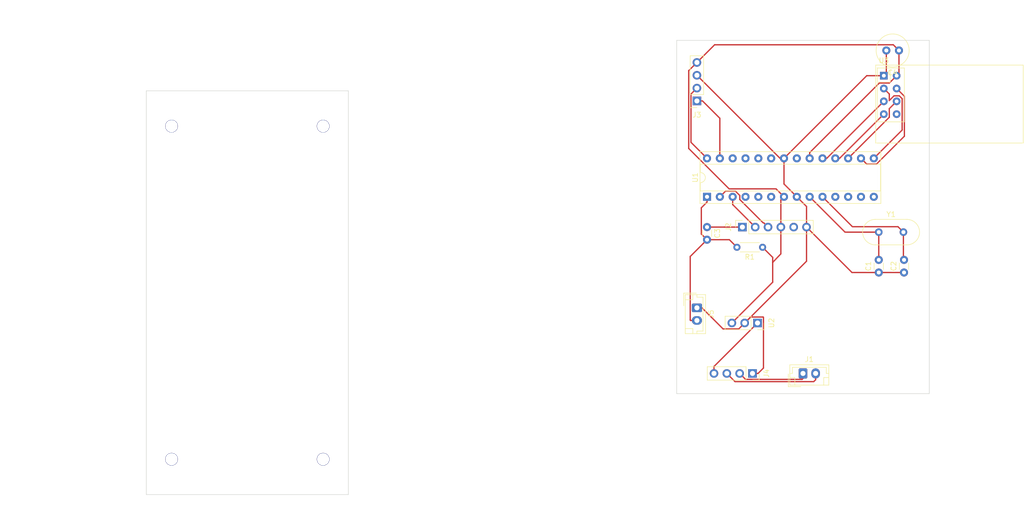
<source format=kicad_pcb>
(kicad_pcb (version 20171130) (host pcbnew 5.1.5-52549c5~84~ubuntu18.04.1)

  (general
    (thickness 1.6)
    (drawings 21)
    (tracks 127)
    (zones 0)
    (modules 14)
    (nets 33)
  )

  (page A4)
  (layers
    (0 F.Cu signal)
    (31 B.Cu signal)
    (32 B.Adhes user)
    (33 F.Adhes user)
    (34 B.Paste user)
    (35 F.Paste user)
    (36 B.SilkS user)
    (37 F.SilkS user)
    (38 B.Mask user)
    (39 F.Mask user)
    (40 Dwgs.User user)
    (41 Cmts.User user)
    (42 Eco1.User user)
    (43 Eco2.User user)
    (44 Edge.Cuts user)
    (45 Margin user)
    (46 B.CrtYd user)
    (47 F.CrtYd user)
    (48 B.Fab user)
    (49 F.Fab user)
  )

  (setup
    (last_trace_width 0.25)
    (trace_clearance 0.2)
    (zone_clearance 0.508)
    (zone_45_only no)
    (trace_min 0.2)
    (via_size 0.8)
    (via_drill 0.4)
    (via_min_size 0.4)
    (via_min_drill 0.3)
    (uvia_size 0.3)
    (uvia_drill 0.1)
    (uvias_allowed no)
    (uvia_min_size 0.2)
    (uvia_min_drill 0.1)
    (edge_width 0.05)
    (segment_width 0.2)
    (pcb_text_width 0.3)
    (pcb_text_size 1.5 1.5)
    (mod_edge_width 0.12)
    (mod_text_size 1 1)
    (mod_text_width 0.15)
    (pad_size 1.524 1.524)
    (pad_drill 0.762)
    (pad_to_mask_clearance 0.051)
    (solder_mask_min_width 0.25)
    (aux_axis_origin 0 0)
    (visible_elements FFFFFF7F)
    (pcbplotparams
      (layerselection 0x010fc_ffffffff)
      (usegerberextensions false)
      (usegerberattributes false)
      (usegerberadvancedattributes false)
      (creategerberjobfile false)
      (excludeedgelayer true)
      (linewidth 0.100000)
      (plotframeref false)
      (viasonmask false)
      (mode 1)
      (useauxorigin false)
      (hpglpennumber 1)
      (hpglpenspeed 20)
      (hpglpendiameter 15.000000)
      (psnegative false)
      (psa4output false)
      (plotreference true)
      (plotvalue true)
      (plotinvisibletext false)
      (padsonsilk false)
      (subtractmaskfromsilk false)
      (outputformat 1)
      (mirror false)
      (drillshape 1)
      (scaleselection 1)
      (outputdirectory ""))
  )

  (net 0 "")
  (net 1 GND)
  (net 2 "Net-(C1-Pad2)")
  (net 3 "Net-(C2-Pad2)")
  (net 4 "Net-(C3-Pad2)")
  (net 5 /DTR)
  (net 6 3.3V)
  (net 7 /RX)
  (net 8 /TX)
  (net 9 "Net-(J2-Pad5)")
  (net 10 /SDA)
  (net 11 /SCL)
  (net 12 "Net-(U1-Pad15)")
  (net 13 "Net-(U1-Pad16)")
  (net 14 "Net-(U1-Pad17)")
  (net 15 "Net-(U1-Pad4)")
  (net 16 "Net-(U1-Pad18)")
  (net 17 "Net-(U1-Pad5)")
  (net 18 "Net-(U1-Pad19)")
  (net 19 "Net-(U1-Pad6)")
  (net 20 "Net-(U1-Pad21)")
  (net 21 "Net-(U1-Pad23)")
  (net 22 "Net-(U1-Pad24)")
  (net 23 "Net-(U1-Pad11)")
  (net 24 "Net-(U1-Pad25)")
  (net 25 "Net-(U1-Pad12)")
  (net 26 "Net-(U1-Pad26)")
  (net 27 "Net-(U1-Pad13)")
  (net 28 "Net-(U1-Pad14)")
  (net 29 "Net-(U3-Pad8)")
  (net 30 +4V)
  (net 31 +BATT)
  (net 32 -BATT)

  (net_class Default "This is the default net class."
    (clearance 0.2)
    (trace_width 0.25)
    (via_dia 0.8)
    (via_drill 0.4)
    (uvia_dia 0.3)
    (uvia_drill 0.1)
    (add_net +4V)
    (add_net +BATT)
    (add_net -BATT)
    (add_net /DTR)
    (add_net /RX)
    (add_net /SCL)
    (add_net /SDA)
    (add_net /TX)
    (add_net 3.3V)
    (add_net GND)
    (add_net "Net-(C1-Pad2)")
    (add_net "Net-(C2-Pad2)")
    (add_net "Net-(C3-Pad2)")
    (add_net "Net-(J2-Pad5)")
    (add_net "Net-(U1-Pad11)")
    (add_net "Net-(U1-Pad12)")
    (add_net "Net-(U1-Pad13)")
    (add_net "Net-(U1-Pad14)")
    (add_net "Net-(U1-Pad15)")
    (add_net "Net-(U1-Pad16)")
    (add_net "Net-(U1-Pad17)")
    (add_net "Net-(U1-Pad18)")
    (add_net "Net-(U1-Pad19)")
    (add_net "Net-(U1-Pad21)")
    (add_net "Net-(U1-Pad23)")
    (add_net "Net-(U1-Pad24)")
    (add_net "Net-(U1-Pad25)")
    (add_net "Net-(U1-Pad26)")
    (add_net "Net-(U1-Pad4)")
    (add_net "Net-(U1-Pad5)")
    (add_net "Net-(U1-Pad6)")
    (add_net "Net-(U3-Pad8)")
  )

  (module Connector_JST:JST_EH_B2B-EH-A_1x02_P2.50mm_Vertical (layer F.Cu) (tedit 5C28142C) (tstamp 5E76AAB9)
    (at 184 73 270)
    (descr "JST EH series connector, B2B-EH-A (http://www.jst-mfg.com/product/pdf/eng/eEH.pdf), generated with kicad-footprint-generator")
    (tags "connector JST EH vertical")
    (path /5E76E48A)
    (fp_text reference J5 (at 1.25 -2.8 90) (layer F.SilkS)
      (effects (font (size 1 1) (thickness 0.15)))
    )
    (fp_text value "Switch Connector" (at 1.25 3.4 90) (layer F.Fab)
      (effects (font (size 1 1) (thickness 0.15)))
    )
    (fp_line (start -2.5 -1.6) (end -2.5 2.2) (layer F.Fab) (width 0.1))
    (fp_line (start -2.5 2.2) (end 5 2.2) (layer F.Fab) (width 0.1))
    (fp_line (start 5 2.2) (end 5 -1.6) (layer F.Fab) (width 0.1))
    (fp_line (start 5 -1.6) (end -2.5 -1.6) (layer F.Fab) (width 0.1))
    (fp_line (start -3 -2.1) (end -3 2.7) (layer F.CrtYd) (width 0.05))
    (fp_line (start -3 2.7) (end 5.5 2.7) (layer F.CrtYd) (width 0.05))
    (fp_line (start 5.5 2.7) (end 5.5 -2.1) (layer F.CrtYd) (width 0.05))
    (fp_line (start 5.5 -2.1) (end -3 -2.1) (layer F.CrtYd) (width 0.05))
    (fp_line (start -2.61 -1.71) (end -2.61 2.31) (layer F.SilkS) (width 0.12))
    (fp_line (start -2.61 2.31) (end 5.11 2.31) (layer F.SilkS) (width 0.12))
    (fp_line (start 5.11 2.31) (end 5.11 -1.71) (layer F.SilkS) (width 0.12))
    (fp_line (start 5.11 -1.71) (end -2.61 -1.71) (layer F.SilkS) (width 0.12))
    (fp_line (start -2.61 0) (end -2.11 0) (layer F.SilkS) (width 0.12))
    (fp_line (start -2.11 0) (end -2.11 -1.21) (layer F.SilkS) (width 0.12))
    (fp_line (start -2.11 -1.21) (end 4.61 -1.21) (layer F.SilkS) (width 0.12))
    (fp_line (start 4.61 -1.21) (end 4.61 0) (layer F.SilkS) (width 0.12))
    (fp_line (start 4.61 0) (end 5.11 0) (layer F.SilkS) (width 0.12))
    (fp_line (start -2.61 0.81) (end -1.61 0.81) (layer F.SilkS) (width 0.12))
    (fp_line (start -1.61 0.81) (end -1.61 2.31) (layer F.SilkS) (width 0.12))
    (fp_line (start 5.11 0.81) (end 4.11 0.81) (layer F.SilkS) (width 0.12))
    (fp_line (start 4.11 0.81) (end 4.11 2.31) (layer F.SilkS) (width 0.12))
    (fp_line (start -2.91 0.11) (end -2.91 2.61) (layer F.SilkS) (width 0.12))
    (fp_line (start -2.91 2.61) (end -0.41 2.61) (layer F.SilkS) (width 0.12))
    (fp_line (start -2.91 0.11) (end -2.91 2.61) (layer F.Fab) (width 0.1))
    (fp_line (start -2.91 2.61) (end -0.41 2.61) (layer F.Fab) (width 0.1))
    (fp_text user %R (at 1.25 1.5 90) (layer F.Fab)
      (effects (font (size 1 1) (thickness 0.15)))
    )
    (pad 1 thru_hole roundrect (at 0 0 270) (size 1.7 2) (drill 1) (layers *.Cu *.Mask) (roundrect_rratio 0.147059)
      (net 1 GND))
    (pad 2 thru_hole oval (at 2.5 0 270) (size 1.7 2) (drill 1) (layers *.Cu *.Mask)
      (net 4 "Net-(C3-Pad2)"))
    (model ${KISYS3DMOD}/Connector_JST.3dshapes/JST_EH_B2B-EH-A_1x02_P2.50mm_Vertical.wrl
      (at (xyz 0 0 0))
      (scale (xyz 1 1 1))
      (rotate (xyz 0 0 0))
    )
  )

  (module Capacitor_THT:C_Disc_D3.0mm_W1.6mm_P2.50mm (layer F.Cu) (tedit 5AE50EF0) (tstamp 5E75F813)
    (at 220 66 90)
    (descr "C, Disc series, Radial, pin pitch=2.50mm, , diameter*width=3.0*1.6mm^2, Capacitor, http://www.vishay.com/docs/45233/krseries.pdf")
    (tags "C Disc series Radial pin pitch 2.50mm  diameter 3.0mm width 1.6mm Capacitor")
    (path /5E1B4BF5)
    (fp_text reference C1 (at 1.25 -2.05 90) (layer F.SilkS)
      (effects (font (size 1 1) (thickness 0.15)))
    )
    (fp_text value 22uF (at 1.25 2.05 90) (layer F.Fab)
      (effects (font (size 1 1) (thickness 0.15)))
    )
    (fp_line (start -0.25 -0.8) (end -0.25 0.8) (layer F.Fab) (width 0.1))
    (fp_line (start -0.25 0.8) (end 2.75 0.8) (layer F.Fab) (width 0.1))
    (fp_line (start 2.75 0.8) (end 2.75 -0.8) (layer F.Fab) (width 0.1))
    (fp_line (start 2.75 -0.8) (end -0.25 -0.8) (layer F.Fab) (width 0.1))
    (fp_line (start 0.621 -0.92) (end 1.879 -0.92) (layer F.SilkS) (width 0.12))
    (fp_line (start 0.621 0.92) (end 1.879 0.92) (layer F.SilkS) (width 0.12))
    (fp_line (start -1.05 -1.05) (end -1.05 1.05) (layer F.CrtYd) (width 0.05))
    (fp_line (start -1.05 1.05) (end 3.55 1.05) (layer F.CrtYd) (width 0.05))
    (fp_line (start 3.55 1.05) (end 3.55 -1.05) (layer F.CrtYd) (width 0.05))
    (fp_line (start 3.55 -1.05) (end -1.05 -1.05) (layer F.CrtYd) (width 0.05))
    (fp_text user %R (at 1.25 0 90) (layer F.Fab)
      (effects (font (size 0.6 0.6) (thickness 0.09)))
    )
    (pad 1 thru_hole circle (at 0 0 90) (size 1.6 1.6) (drill 0.8) (layers *.Cu *.Mask)
      (net 1 GND))
    (pad 2 thru_hole circle (at 2.5 0 90) (size 1.6 1.6) (drill 0.8) (layers *.Cu *.Mask)
      (net 2 "Net-(C1-Pad2)"))
    (model ${KISYS3DMOD}/Capacitor_THT.3dshapes/C_Disc_D3.0mm_W1.6mm_P2.50mm.wrl
      (at (xyz 0 0 0))
      (scale (xyz 1 1 1))
      (rotate (xyz 0 0 0))
    )
  )

  (module Capacitor_THT:C_Disc_D3.0mm_W1.6mm_P2.50mm (layer F.Cu) (tedit 5AE50EF0) (tstamp 5E75F824)
    (at 225 66 90)
    (descr "C, Disc series, Radial, pin pitch=2.50mm, , diameter*width=3.0*1.6mm^2, Capacitor, http://www.vishay.com/docs/45233/krseries.pdf")
    (tags "C Disc series Radial pin pitch 2.50mm  diameter 3.0mm width 1.6mm Capacitor")
    (path /5E1B4EDC)
    (fp_text reference C2 (at 1.25 -2.05 90) (layer F.SilkS)
      (effects (font (size 1 1) (thickness 0.15)))
    )
    (fp_text value 22uF (at 1.25 2.05 90) (layer F.Fab)
      (effects (font (size 1 1) (thickness 0.15)))
    )
    (fp_text user %R (at 1.25 0 90) (layer F.Fab)
      (effects (font (size 0.6 0.6) (thickness 0.09)))
    )
    (fp_line (start 3.55 -1.05) (end -1.05 -1.05) (layer F.CrtYd) (width 0.05))
    (fp_line (start 3.55 1.05) (end 3.55 -1.05) (layer F.CrtYd) (width 0.05))
    (fp_line (start -1.05 1.05) (end 3.55 1.05) (layer F.CrtYd) (width 0.05))
    (fp_line (start -1.05 -1.05) (end -1.05 1.05) (layer F.CrtYd) (width 0.05))
    (fp_line (start 0.621 0.92) (end 1.879 0.92) (layer F.SilkS) (width 0.12))
    (fp_line (start 0.621 -0.92) (end 1.879 -0.92) (layer F.SilkS) (width 0.12))
    (fp_line (start 2.75 -0.8) (end -0.25 -0.8) (layer F.Fab) (width 0.1))
    (fp_line (start 2.75 0.8) (end 2.75 -0.8) (layer F.Fab) (width 0.1))
    (fp_line (start -0.25 0.8) (end 2.75 0.8) (layer F.Fab) (width 0.1))
    (fp_line (start -0.25 -0.8) (end -0.25 0.8) (layer F.Fab) (width 0.1))
    (pad 2 thru_hole circle (at 2.5 0 90) (size 1.6 1.6) (drill 0.8) (layers *.Cu *.Mask)
      (net 3 "Net-(C2-Pad2)"))
    (pad 1 thru_hole circle (at 0 0 90) (size 1.6 1.6) (drill 0.8) (layers *.Cu *.Mask)
      (net 1 GND))
    (model ${KISYS3DMOD}/Capacitor_THT.3dshapes/C_Disc_D3.0mm_W1.6mm_P2.50mm.wrl
      (at (xyz 0 0 0))
      (scale (xyz 1 1 1))
      (rotate (xyz 0 0 0))
    )
  )

  (module Capacitor_THT:C_Disc_D3.0mm_W1.6mm_P2.50mm (layer F.Cu) (tedit 5AE50EF0) (tstamp 5E75F835)
    (at 186 57 270)
    (descr "C, Disc series, Radial, pin pitch=2.50mm, , diameter*width=3.0*1.6mm^2, Capacitor, http://www.vishay.com/docs/45233/krseries.pdf")
    (tags "C Disc series Radial pin pitch 2.50mm  diameter 3.0mm width 1.6mm Capacitor")
    (path /5E1B5344)
    (fp_text reference C3 (at 1.25 -2.05 90) (layer F.SilkS)
      (effects (font (size 1 1) (thickness 0.15)))
    )
    (fp_text value 104uF (at 1.25 2.05 90) (layer F.Fab)
      (effects (font (size 1 1) (thickness 0.15)))
    )
    (fp_text user %R (at 1.25 0 90) (layer F.Fab)
      (effects (font (size 0.6 0.6) (thickness 0.09)))
    )
    (fp_line (start 3.55 -1.05) (end -1.05 -1.05) (layer F.CrtYd) (width 0.05))
    (fp_line (start 3.55 1.05) (end 3.55 -1.05) (layer F.CrtYd) (width 0.05))
    (fp_line (start -1.05 1.05) (end 3.55 1.05) (layer F.CrtYd) (width 0.05))
    (fp_line (start -1.05 -1.05) (end -1.05 1.05) (layer F.CrtYd) (width 0.05))
    (fp_line (start 0.621 0.92) (end 1.879 0.92) (layer F.SilkS) (width 0.12))
    (fp_line (start 0.621 -0.92) (end 1.879 -0.92) (layer F.SilkS) (width 0.12))
    (fp_line (start 2.75 -0.8) (end -0.25 -0.8) (layer F.Fab) (width 0.1))
    (fp_line (start 2.75 0.8) (end 2.75 -0.8) (layer F.Fab) (width 0.1))
    (fp_line (start -0.25 0.8) (end 2.75 0.8) (layer F.Fab) (width 0.1))
    (fp_line (start -0.25 -0.8) (end -0.25 0.8) (layer F.Fab) (width 0.1))
    (pad 2 thru_hole circle (at 2.5 0 270) (size 1.6 1.6) (drill 0.8) (layers *.Cu *.Mask)
      (net 4 "Net-(C3-Pad2)"))
    (pad 1 thru_hole circle (at 0 0 270) (size 1.6 1.6) (drill 0.8) (layers *.Cu *.Mask)
      (net 5 /DTR))
    (model ${KISYS3DMOD}/Capacitor_THT.3dshapes/C_Disc_D3.0mm_W1.6mm_P2.50mm.wrl
      (at (xyz 0 0 0))
      (scale (xyz 1 1 1))
      (rotate (xyz 0 0 0))
    )
  )

  (module Connector_JST:JST_EH_B2B-EH-A_1x02_P2.50mm_Vertical (layer F.Cu) (tedit 5C28142C) (tstamp 5E75F866)
    (at 205 86)
    (descr "JST EH series connector, B2B-EH-A (http://www.jst-mfg.com/product/pdf/eng/eEH.pdf), generated with kicad-footprint-generator")
    (tags "connector JST EH vertical")
    (path /5E3624A5)
    (fp_text reference J1 (at 1.25 -2.8) (layer F.SilkS)
      (effects (font (size 1 1) (thickness 0.15)))
    )
    (fp_text value Vin (at 1.25 3.4) (layer F.Fab)
      (effects (font (size 1 1) (thickness 0.15)))
    )
    (fp_line (start -2.5 -1.6) (end -2.5 2.2) (layer F.Fab) (width 0.1))
    (fp_line (start -2.5 2.2) (end 5 2.2) (layer F.Fab) (width 0.1))
    (fp_line (start 5 2.2) (end 5 -1.6) (layer F.Fab) (width 0.1))
    (fp_line (start 5 -1.6) (end -2.5 -1.6) (layer F.Fab) (width 0.1))
    (fp_line (start -3 -2.1) (end -3 2.7) (layer F.CrtYd) (width 0.05))
    (fp_line (start -3 2.7) (end 5.5 2.7) (layer F.CrtYd) (width 0.05))
    (fp_line (start 5.5 2.7) (end 5.5 -2.1) (layer F.CrtYd) (width 0.05))
    (fp_line (start 5.5 -2.1) (end -3 -2.1) (layer F.CrtYd) (width 0.05))
    (fp_line (start -2.61 -1.71) (end -2.61 2.31) (layer F.SilkS) (width 0.12))
    (fp_line (start -2.61 2.31) (end 5.11 2.31) (layer F.SilkS) (width 0.12))
    (fp_line (start 5.11 2.31) (end 5.11 -1.71) (layer F.SilkS) (width 0.12))
    (fp_line (start 5.11 -1.71) (end -2.61 -1.71) (layer F.SilkS) (width 0.12))
    (fp_line (start -2.61 0) (end -2.11 0) (layer F.SilkS) (width 0.12))
    (fp_line (start -2.11 0) (end -2.11 -1.21) (layer F.SilkS) (width 0.12))
    (fp_line (start -2.11 -1.21) (end 4.61 -1.21) (layer F.SilkS) (width 0.12))
    (fp_line (start 4.61 -1.21) (end 4.61 0) (layer F.SilkS) (width 0.12))
    (fp_line (start 4.61 0) (end 5.11 0) (layer F.SilkS) (width 0.12))
    (fp_line (start -2.61 0.81) (end -1.61 0.81) (layer F.SilkS) (width 0.12))
    (fp_line (start -1.61 0.81) (end -1.61 2.31) (layer F.SilkS) (width 0.12))
    (fp_line (start 5.11 0.81) (end 4.11 0.81) (layer F.SilkS) (width 0.12))
    (fp_line (start 4.11 0.81) (end 4.11 2.31) (layer F.SilkS) (width 0.12))
    (fp_line (start -2.91 0.11) (end -2.91 2.61) (layer F.SilkS) (width 0.12))
    (fp_line (start -2.91 2.61) (end -0.41 2.61) (layer F.SilkS) (width 0.12))
    (fp_line (start -2.91 0.11) (end -2.91 2.61) (layer F.Fab) (width 0.1))
    (fp_line (start -2.91 2.61) (end -0.41 2.61) (layer F.Fab) (width 0.1))
    (fp_text user %R (at 1.25 1.5) (layer F.Fab)
      (effects (font (size 1 1) (thickness 0.15)))
    )
    (pad 1 thru_hole roundrect (at 0 0) (size 1.7 2) (drill 1) (layers *.Cu *.Mask) (roundrect_rratio 0.147059)
      (net 32 -BATT))
    (pad 2 thru_hole oval (at 2.5 0) (size 1.7 2) (drill 1) (layers *.Cu *.Mask)
      (net 31 +BATT))
    (model ${KISYS3DMOD}/Connector_JST.3dshapes/JST_EH_B2B-EH-A_1x02_P2.50mm_Vertical.wrl
      (at (xyz 0 0 0))
      (scale (xyz 1 1 1))
      (rotate (xyz 0 0 0))
    )
  )

  (module Connector_PinSocket_2.54mm:PinSocket_1x06_P2.54mm_Vertical (layer F.Cu) (tedit 5A19A430) (tstamp 5E75F880)
    (at 193 57 90)
    (descr "Through hole straight socket strip, 1x06, 2.54mm pitch, single row (from Kicad 4.0.7), script generated")
    (tags "Through hole socket strip THT 1x06 2.54mm single row")
    (path /5E1FE269)
    (fp_text reference J2 (at 0 -2.77 90) (layer F.SilkS)
      (effects (font (size 1 1) (thickness 0.15)))
    )
    (fp_text value FTDI232 (at 0 15.47 90) (layer F.Fab)
      (effects (font (size 1 1) (thickness 0.15)))
    )
    (fp_line (start -1.27 -1.27) (end 0.635 -1.27) (layer F.Fab) (width 0.1))
    (fp_line (start 0.635 -1.27) (end 1.27 -0.635) (layer F.Fab) (width 0.1))
    (fp_line (start 1.27 -0.635) (end 1.27 13.97) (layer F.Fab) (width 0.1))
    (fp_line (start 1.27 13.97) (end -1.27 13.97) (layer F.Fab) (width 0.1))
    (fp_line (start -1.27 13.97) (end -1.27 -1.27) (layer F.Fab) (width 0.1))
    (fp_line (start -1.33 1.27) (end 1.33 1.27) (layer F.SilkS) (width 0.12))
    (fp_line (start -1.33 1.27) (end -1.33 14.03) (layer F.SilkS) (width 0.12))
    (fp_line (start -1.33 14.03) (end 1.33 14.03) (layer F.SilkS) (width 0.12))
    (fp_line (start 1.33 1.27) (end 1.33 14.03) (layer F.SilkS) (width 0.12))
    (fp_line (start 1.33 -1.33) (end 1.33 0) (layer F.SilkS) (width 0.12))
    (fp_line (start 0 -1.33) (end 1.33 -1.33) (layer F.SilkS) (width 0.12))
    (fp_line (start -1.8 -1.8) (end 1.75 -1.8) (layer F.CrtYd) (width 0.05))
    (fp_line (start 1.75 -1.8) (end 1.75 14.45) (layer F.CrtYd) (width 0.05))
    (fp_line (start 1.75 14.45) (end -1.8 14.45) (layer F.CrtYd) (width 0.05))
    (fp_line (start -1.8 14.45) (end -1.8 -1.8) (layer F.CrtYd) (width 0.05))
    (fp_text user %R (at 0 6.35) (layer F.Fab)
      (effects (font (size 1 1) (thickness 0.15)))
    )
    (pad 1 thru_hole rect (at 0 0 90) (size 1.7 1.7) (drill 1) (layers *.Cu *.Mask)
      (net 5 /DTR))
    (pad 2 thru_hole oval (at 0 2.54 90) (size 1.7 1.7) (drill 1) (layers *.Cu *.Mask)
      (net 7 /RX))
    (pad 3 thru_hole oval (at 0 5.08 90) (size 1.7 1.7) (drill 1) (layers *.Cu *.Mask)
      (net 8 /TX))
    (pad 4 thru_hole oval (at 0 7.62 90) (size 1.7 1.7) (drill 1) (layers *.Cu *.Mask)
      (net 6 3.3V))
    (pad 5 thru_hole oval (at 0 10.16 90) (size 1.7 1.7) (drill 1) (layers *.Cu *.Mask)
      (net 9 "Net-(J2-Pad5)"))
    (pad 6 thru_hole oval (at 0 12.7 90) (size 1.7 1.7) (drill 1) (layers *.Cu *.Mask)
      (net 1 GND))
    (model ${KISYS3DMOD}/Connector_PinSocket_2.54mm.3dshapes/PinSocket_1x06_P2.54mm_Vertical.wrl
      (at (xyz 0 0 0))
      (scale (xyz 1 1 1))
      (rotate (xyz 0 0 0))
    )
  )

  (module Connector_PinSocket_2.54mm:PinSocket_1x04_P2.54mm_Vertical (layer F.Cu) (tedit 5A19A429) (tstamp 5E75F898)
    (at 184 32 180)
    (descr "Through hole straight socket strip, 1x04, 2.54mm pitch, single row (from Kicad 4.0.7), script generated")
    (tags "Through hole socket strip THT 1x04 2.54mm single row")
    (path /5E2EC327)
    (fp_text reference J3 (at 0 -2.77) (layer F.SilkS)
      (effects (font (size 1 1) (thickness 0.15)))
    )
    (fp_text value AHT10 (at 0 10.39) (layer F.Fab)
      (effects (font (size 1 1) (thickness 0.15)))
    )
    (fp_line (start -1.27 -1.27) (end 0.635 -1.27) (layer F.Fab) (width 0.1))
    (fp_line (start 0.635 -1.27) (end 1.27 -0.635) (layer F.Fab) (width 0.1))
    (fp_line (start 1.27 -0.635) (end 1.27 8.89) (layer F.Fab) (width 0.1))
    (fp_line (start 1.27 8.89) (end -1.27 8.89) (layer F.Fab) (width 0.1))
    (fp_line (start -1.27 8.89) (end -1.27 -1.27) (layer F.Fab) (width 0.1))
    (fp_line (start -1.33 1.27) (end 1.33 1.27) (layer F.SilkS) (width 0.12))
    (fp_line (start -1.33 1.27) (end -1.33 8.95) (layer F.SilkS) (width 0.12))
    (fp_line (start -1.33 8.95) (end 1.33 8.95) (layer F.SilkS) (width 0.12))
    (fp_line (start 1.33 1.27) (end 1.33 8.95) (layer F.SilkS) (width 0.12))
    (fp_line (start 1.33 -1.33) (end 1.33 0) (layer F.SilkS) (width 0.12))
    (fp_line (start 0 -1.33) (end 1.33 -1.33) (layer F.SilkS) (width 0.12))
    (fp_line (start -1.8 -1.8) (end 1.75 -1.8) (layer F.CrtYd) (width 0.05))
    (fp_line (start 1.75 -1.8) (end 1.75 9.4) (layer F.CrtYd) (width 0.05))
    (fp_line (start 1.75 9.4) (end -1.8 9.4) (layer F.CrtYd) (width 0.05))
    (fp_line (start -1.8 9.4) (end -1.8 -1.8) (layer F.CrtYd) (width 0.05))
    (fp_text user %R (at 0 3.81 90) (layer F.Fab)
      (effects (font (size 1 1) (thickness 0.15)))
    )
    (pad 1 thru_hole rect (at 0 0 180) (size 1.7 1.7) (drill 1) (layers *.Cu *.Mask)
      (net 10 /SDA))
    (pad 2 thru_hole oval (at 0 2.54 180) (size 1.7 1.7) (drill 1) (layers *.Cu *.Mask)
      (net 11 /SCL))
    (pad 3 thru_hole oval (at 0 5.08 180) (size 1.7 1.7) (drill 1) (layers *.Cu *.Mask)
      (net 1 GND))
    (pad 4 thru_hole oval (at 0 7.62 180) (size 1.7 1.7) (drill 1) (layers *.Cu *.Mask)
      (net 6 3.3V))
    (model ${KISYS3DMOD}/Connector_PinSocket_2.54mm.3dshapes/PinSocket_1x04_P2.54mm_Vertical.wrl
      (at (xyz 0 0 0))
      (scale (xyz 1 1 1))
      (rotate (xyz 0 0 0))
    )
  )

  (module Resistor_THT:R_Axial_DIN0204_L3.6mm_D1.6mm_P5.08mm_Horizontal (layer F.Cu) (tedit 5AE5139B) (tstamp 5E75F8AB)
    (at 197 61 180)
    (descr "Resistor, Axial_DIN0204 series, Axial, Horizontal, pin pitch=5.08mm, 0.167W, length*diameter=3.6*1.6mm^2, http://cdn-reichelt.de/documents/datenblatt/B400/1_4W%23YAG.pdf")
    (tags "Resistor Axial_DIN0204 series Axial Horizontal pin pitch 5.08mm 0.167W length 3.6mm diameter 1.6mm")
    (path /5E1B56B9)
    (fp_text reference R1 (at 2.54 -1.92) (layer F.SilkS)
      (effects (font (size 1 1) (thickness 0.15)))
    )
    (fp_text value 10K (at 2.54 1.92) (layer F.Fab)
      (effects (font (size 1 1) (thickness 0.15)))
    )
    (fp_line (start 0.74 -0.8) (end 0.74 0.8) (layer F.Fab) (width 0.1))
    (fp_line (start 0.74 0.8) (end 4.34 0.8) (layer F.Fab) (width 0.1))
    (fp_line (start 4.34 0.8) (end 4.34 -0.8) (layer F.Fab) (width 0.1))
    (fp_line (start 4.34 -0.8) (end 0.74 -0.8) (layer F.Fab) (width 0.1))
    (fp_line (start 0 0) (end 0.74 0) (layer F.Fab) (width 0.1))
    (fp_line (start 5.08 0) (end 4.34 0) (layer F.Fab) (width 0.1))
    (fp_line (start 0.62 -0.92) (end 4.46 -0.92) (layer F.SilkS) (width 0.12))
    (fp_line (start 0.62 0.92) (end 4.46 0.92) (layer F.SilkS) (width 0.12))
    (fp_line (start -0.95 -1.05) (end -0.95 1.05) (layer F.CrtYd) (width 0.05))
    (fp_line (start -0.95 1.05) (end 6.03 1.05) (layer F.CrtYd) (width 0.05))
    (fp_line (start 6.03 1.05) (end 6.03 -1.05) (layer F.CrtYd) (width 0.05))
    (fp_line (start 6.03 -1.05) (end -0.95 -1.05) (layer F.CrtYd) (width 0.05))
    (fp_text user %R (at 2.54 0) (layer F.Fab)
      (effects (font (size 0.72 0.72) (thickness 0.108)))
    )
    (pad 1 thru_hole circle (at 0 0 180) (size 1.4 1.4) (drill 0.7) (layers *.Cu *.Mask)
      (net 6 3.3V))
    (pad 2 thru_hole oval (at 5.08 0 180) (size 1.4 1.4) (drill 0.7) (layers *.Cu *.Mask)
      (net 4 "Net-(C3-Pad2)"))
    (model ${KISYS3DMOD}/Resistor_THT.3dshapes/R_Axial_DIN0204_L3.6mm_D1.6mm_P5.08mm_Horizontal.wrl
      (at (xyz 0 0 0))
      (scale (xyz 1 1 1))
      (rotate (xyz 0 0 0))
    )
  )

  (module Package_DIP:DIP-28_W7.62mm_Socket (layer F.Cu) (tedit 5A02E8C5) (tstamp 5E75F8F9)
    (at 186 51 90)
    (descr "28-lead though-hole mounted DIP package, row spacing 7.62 mm (300 mils), Socket")
    (tags "THT DIP DIL PDIP 2.54mm 7.62mm 300mil Socket")
    (path /5E1B0DF6)
    (fp_text reference U1 (at 3.81 -2.33 90) (layer F.SilkS)
      (effects (font (size 1 1) (thickness 0.15)))
    )
    (fp_text value ATmega328P-PU (at 3.81 35.35 90) (layer F.Fab)
      (effects (font (size 1 1) (thickness 0.15)))
    )
    (fp_arc (start 3.81 -1.33) (end 2.81 -1.33) (angle -180) (layer F.SilkS) (width 0.12))
    (fp_line (start 1.635 -1.27) (end 6.985 -1.27) (layer F.Fab) (width 0.1))
    (fp_line (start 6.985 -1.27) (end 6.985 34.29) (layer F.Fab) (width 0.1))
    (fp_line (start 6.985 34.29) (end 0.635 34.29) (layer F.Fab) (width 0.1))
    (fp_line (start 0.635 34.29) (end 0.635 -0.27) (layer F.Fab) (width 0.1))
    (fp_line (start 0.635 -0.27) (end 1.635 -1.27) (layer F.Fab) (width 0.1))
    (fp_line (start -1.27 -1.33) (end -1.27 34.35) (layer F.Fab) (width 0.1))
    (fp_line (start -1.27 34.35) (end 8.89 34.35) (layer F.Fab) (width 0.1))
    (fp_line (start 8.89 34.35) (end 8.89 -1.33) (layer F.Fab) (width 0.1))
    (fp_line (start 8.89 -1.33) (end -1.27 -1.33) (layer F.Fab) (width 0.1))
    (fp_line (start 2.81 -1.33) (end 1.16 -1.33) (layer F.SilkS) (width 0.12))
    (fp_line (start 1.16 -1.33) (end 1.16 34.35) (layer F.SilkS) (width 0.12))
    (fp_line (start 1.16 34.35) (end 6.46 34.35) (layer F.SilkS) (width 0.12))
    (fp_line (start 6.46 34.35) (end 6.46 -1.33) (layer F.SilkS) (width 0.12))
    (fp_line (start 6.46 -1.33) (end 4.81 -1.33) (layer F.SilkS) (width 0.12))
    (fp_line (start -1.33 -1.39) (end -1.33 34.41) (layer F.SilkS) (width 0.12))
    (fp_line (start -1.33 34.41) (end 8.95 34.41) (layer F.SilkS) (width 0.12))
    (fp_line (start 8.95 34.41) (end 8.95 -1.39) (layer F.SilkS) (width 0.12))
    (fp_line (start 8.95 -1.39) (end -1.33 -1.39) (layer F.SilkS) (width 0.12))
    (fp_line (start -1.55 -1.6) (end -1.55 34.65) (layer F.CrtYd) (width 0.05))
    (fp_line (start -1.55 34.65) (end 9.15 34.65) (layer F.CrtYd) (width 0.05))
    (fp_line (start 9.15 34.65) (end 9.15 -1.6) (layer F.CrtYd) (width 0.05))
    (fp_line (start 9.15 -1.6) (end -1.55 -1.6) (layer F.CrtYd) (width 0.05))
    (fp_text user %R (at 3.81 16.51 90) (layer F.Fab)
      (effects (font (size 1 1) (thickness 0.15)))
    )
    (pad 1 thru_hole rect (at 0 0 90) (size 1.6 1.6) (drill 0.8) (layers *.Cu *.Mask)
      (net 4 "Net-(C3-Pad2)"))
    (pad 15 thru_hole oval (at 7.62 33.02 90) (size 1.6 1.6) (drill 0.8) (layers *.Cu *.Mask)
      (net 12 "Net-(U1-Pad15)"))
    (pad 2 thru_hole oval (at 0 2.54 90) (size 1.6 1.6) (drill 0.8) (layers *.Cu *.Mask)
      (net 8 /TX))
    (pad 16 thru_hole oval (at 7.62 30.48 90) (size 1.6 1.6) (drill 0.8) (layers *.Cu *.Mask)
      (net 13 "Net-(U1-Pad16)"))
    (pad 3 thru_hole oval (at 0 5.08 90) (size 1.6 1.6) (drill 0.8) (layers *.Cu *.Mask)
      (net 7 /RX))
    (pad 17 thru_hole oval (at 7.62 27.94 90) (size 1.6 1.6) (drill 0.8) (layers *.Cu *.Mask)
      (net 14 "Net-(U1-Pad17)"))
    (pad 4 thru_hole oval (at 0 7.62 90) (size 1.6 1.6) (drill 0.8) (layers *.Cu *.Mask)
      (net 15 "Net-(U1-Pad4)"))
    (pad 18 thru_hole oval (at 7.62 25.4 90) (size 1.6 1.6) (drill 0.8) (layers *.Cu *.Mask)
      (net 16 "Net-(U1-Pad18)"))
    (pad 5 thru_hole oval (at 0 10.16 90) (size 1.6 1.6) (drill 0.8) (layers *.Cu *.Mask)
      (net 17 "Net-(U1-Pad5)"))
    (pad 19 thru_hole oval (at 7.62 22.86 90) (size 1.6 1.6) (drill 0.8) (layers *.Cu *.Mask)
      (net 18 "Net-(U1-Pad19)"))
    (pad 6 thru_hole oval (at 0 12.7 90) (size 1.6 1.6) (drill 0.8) (layers *.Cu *.Mask)
      (net 19 "Net-(U1-Pad6)"))
    (pad 20 thru_hole oval (at 7.62 20.32 90) (size 1.6 1.6) (drill 0.8) (layers *.Cu *.Mask)
      (net 6 3.3V))
    (pad 7 thru_hole oval (at 0 15.24 90) (size 1.6 1.6) (drill 0.8) (layers *.Cu *.Mask)
      (net 6 3.3V))
    (pad 21 thru_hole oval (at 7.62 17.78 90) (size 1.6 1.6) (drill 0.8) (layers *.Cu *.Mask)
      (net 20 "Net-(U1-Pad21)"))
    (pad 8 thru_hole oval (at 0 17.78 90) (size 1.6 1.6) (drill 0.8) (layers *.Cu *.Mask)
      (net 1 GND))
    (pad 22 thru_hole oval (at 7.62 15.24 90) (size 1.6 1.6) (drill 0.8) (layers *.Cu *.Mask)
      (net 1 GND))
    (pad 9 thru_hole oval (at 0 20.32 90) (size 1.6 1.6) (drill 0.8) (layers *.Cu *.Mask)
      (net 2 "Net-(C1-Pad2)"))
    (pad 23 thru_hole oval (at 7.62 12.7 90) (size 1.6 1.6) (drill 0.8) (layers *.Cu *.Mask)
      (net 21 "Net-(U1-Pad23)"))
    (pad 10 thru_hole oval (at 0 22.86 90) (size 1.6 1.6) (drill 0.8) (layers *.Cu *.Mask)
      (net 3 "Net-(C2-Pad2)"))
    (pad 24 thru_hole oval (at 7.62 10.16 90) (size 1.6 1.6) (drill 0.8) (layers *.Cu *.Mask)
      (net 22 "Net-(U1-Pad24)"))
    (pad 11 thru_hole oval (at 0 25.4 90) (size 1.6 1.6) (drill 0.8) (layers *.Cu *.Mask)
      (net 23 "Net-(U1-Pad11)"))
    (pad 25 thru_hole oval (at 7.62 7.62 90) (size 1.6 1.6) (drill 0.8) (layers *.Cu *.Mask)
      (net 24 "Net-(U1-Pad25)"))
    (pad 12 thru_hole oval (at 0 27.94 90) (size 1.6 1.6) (drill 0.8) (layers *.Cu *.Mask)
      (net 25 "Net-(U1-Pad12)"))
    (pad 26 thru_hole oval (at 7.62 5.08 90) (size 1.6 1.6) (drill 0.8) (layers *.Cu *.Mask)
      (net 26 "Net-(U1-Pad26)"))
    (pad 13 thru_hole oval (at 0 30.48 90) (size 1.6 1.6) (drill 0.8) (layers *.Cu *.Mask)
      (net 27 "Net-(U1-Pad13)"))
    (pad 27 thru_hole oval (at 7.62 2.54 90) (size 1.6 1.6) (drill 0.8) (layers *.Cu *.Mask)
      (net 10 /SDA))
    (pad 14 thru_hole oval (at 0 33.02 90) (size 1.6 1.6) (drill 0.8) (layers *.Cu *.Mask)
      (net 28 "Net-(U1-Pad14)"))
    (pad 28 thru_hole oval (at 7.62 0 90) (size 1.6 1.6) (drill 0.8) (layers *.Cu *.Mask)
      (net 11 /SCL))
    (model ${KISYS3DMOD}/Package_DIP.3dshapes/DIP-28_W7.62mm_Socket.wrl
      (at (xyz 0 0 0))
      (scale (xyz 1 1 1))
      (rotate (xyz 0 0 0))
    )
  )

  (module Connector_PinSocket_2.54mm:PinSocket_1x03_P2.54mm_Vertical (layer F.Cu) (tedit 5A19A429) (tstamp 5E75F910)
    (at 196 76 270)
    (descr "Through hole straight socket strip, 1x03, 2.54mm pitch, single row (from Kicad 4.0.7), script generated")
    (tags "Through hole socket strip THT 1x03 2.54mm single row")
    (path /5E2DE152)
    (fp_text reference U2 (at 0 -2.77 90) (layer F.SilkS)
      (effects (font (size 1 1) (thickness 0.15)))
    )
    (fp_text value "WAVGAT 3.3V" (at 0 7.85 90) (layer F.Fab)
      (effects (font (size 1 1) (thickness 0.15)))
    )
    (fp_line (start -1.27 -1.27) (end 0.635 -1.27) (layer F.Fab) (width 0.1))
    (fp_line (start 0.635 -1.27) (end 1.27 -0.635) (layer F.Fab) (width 0.1))
    (fp_line (start 1.27 -0.635) (end 1.27 6.35) (layer F.Fab) (width 0.1))
    (fp_line (start 1.27 6.35) (end -1.27 6.35) (layer F.Fab) (width 0.1))
    (fp_line (start -1.27 6.35) (end -1.27 -1.27) (layer F.Fab) (width 0.1))
    (fp_line (start -1.33 1.27) (end 1.33 1.27) (layer F.SilkS) (width 0.12))
    (fp_line (start -1.33 1.27) (end -1.33 6.41) (layer F.SilkS) (width 0.12))
    (fp_line (start -1.33 6.41) (end 1.33 6.41) (layer F.SilkS) (width 0.12))
    (fp_line (start 1.33 1.27) (end 1.33 6.41) (layer F.SilkS) (width 0.12))
    (fp_line (start 1.33 -1.33) (end 1.33 0) (layer F.SilkS) (width 0.12))
    (fp_line (start 0 -1.33) (end 1.33 -1.33) (layer F.SilkS) (width 0.12))
    (fp_line (start -1.8 -1.8) (end 1.75 -1.8) (layer F.CrtYd) (width 0.05))
    (fp_line (start 1.75 -1.8) (end 1.75 6.85) (layer F.CrtYd) (width 0.05))
    (fp_line (start 1.75 6.85) (end -1.8 6.85) (layer F.CrtYd) (width 0.05))
    (fp_line (start -1.8 6.85) (end -1.8 -1.8) (layer F.CrtYd) (width 0.05))
    (fp_text user %R (at 0 2.54) (layer F.Fab)
      (effects (font (size 1 1) (thickness 0.15)))
    )
    (pad 1 thru_hole rect (at 0 0 270) (size 1.7 1.7) (drill 1) (layers *.Cu *.Mask)
      (net 30 +4V))
    (pad 2 thru_hole oval (at 0 2.54 270) (size 1.7 1.7) (drill 1) (layers *.Cu *.Mask)
      (net 1 GND))
    (pad 3 thru_hole oval (at 0 5.08 270) (size 1.7 1.7) (drill 1) (layers *.Cu *.Mask)
      (net 6 3.3V))
    (model ${KISYS3DMOD}/Connector_PinSocket_2.54mm.3dshapes/PinSocket_1x03_P2.54mm_Vertical.wrl
      (at (xyz 0 0 0))
      (scale (xyz 1 1 1))
      (rotate (xyz 0 0 0))
    )
  )

  (module RF_Module:nRF24L01_Breakout (layer F.Cu) (tedit 5A056C61) (tstamp 5E7674DE)
    (at 221 27)
    (descr "nRF24L01 breakout board")
    (tags "nRF24L01 adapter breakout")
    (path /5E1B2E8D)
    (fp_text reference U3 (at 0 -3) (layer F.SilkS)
      (effects (font (size 1 1) (thickness 0.15)))
    )
    (fp_text value NRF24L01+ (at 13 5) (layer F.Fab)
      (effects (font (size 1 1) (thickness 0.15)))
    )
    (fp_line (start -1.5 -2) (end 27.5 -2) (layer F.Fab) (width 0.1))
    (fp_line (start 27.5 -2) (end 27.5 13.25) (layer F.Fab) (width 0.1))
    (fp_line (start 27.5 13.25) (end -1.5 13.25) (layer F.Fab) (width 0.1))
    (fp_line (start -1.5 13.25) (end -1.5 -2) (layer F.Fab) (width 0.1))
    (fp_line (start -1.5 -2) (end -1.5 -2) (layer F.Fab) (width 0.1))
    (fp_line (start -1.27 -1.27) (end 3.81 -1.27) (layer F.Fab) (width 0.1))
    (fp_line (start 3.81 -1.27) (end 3.81 8.89) (layer F.Fab) (width 0.1))
    (fp_line (start 3.81 8.89) (end -1.27 8.89) (layer F.Fab) (width 0.1))
    (fp_line (start -1.27 8.89) (end -1.27 -1.27) (layer F.Fab) (width 0.1))
    (fp_line (start -1.27 -1.27) (end -1.27 -1.27) (layer F.Fab) (width 0.1))
    (fp_line (start -1.27 -1.524) (end 4.064 -1.524) (layer F.SilkS) (width 0.12))
    (fp_line (start 4.064 -1.524) (end 4.064 9.144) (layer F.SilkS) (width 0.12))
    (fp_line (start 4.064 9.144) (end -1.27 9.144) (layer F.SilkS) (width 0.12))
    (fp_line (start -1.27 9.144) (end -1.27 9.144) (layer F.SilkS) (width 0.12))
    (fp_line (start 1.27 -1.016) (end 1.27 1.27) (layer F.SilkS) (width 0.12))
    (fp_line (start 1.27 1.27) (end -1.016 1.27) (layer F.SilkS) (width 0.12))
    (fp_line (start -1.016 1.27) (end -1.016 1.27) (layer F.SilkS) (width 0.12))
    (fp_line (start -1.6 -2.1) (end 27.6 -2.1) (layer F.SilkS) (width 0.12))
    (fp_line (start 27.6 -2.1) (end 27.6 13.35) (layer F.SilkS) (width 0.12))
    (fp_line (start 27.6 13.35) (end -1.6 13.35) (layer F.SilkS) (width 0.12))
    (fp_line (start -1.6 13.35) (end -1.6 -2.1) (layer F.SilkS) (width 0.12))
    (fp_line (start -1.6 -2.1) (end -1.6 -2.1) (layer F.SilkS) (width 0.12))
    (fp_line (start -1.27 9.144) (end -1.27 -1.524) (layer F.SilkS) (width 0.12))
    (fp_line (start -1.27 -1.524) (end -1.27 -1.524) (layer F.SilkS) (width 0.12))
    (fp_line (start 27.75 -2.25) (end -1.75 -2.25) (layer F.CrtYd) (width 0.05))
    (fp_line (start -1.75 -2.25) (end -1.75 13.5) (layer F.CrtYd) (width 0.05))
    (fp_line (start -1.75 13.5) (end 27.75 13.5) (layer F.CrtYd) (width 0.05))
    (fp_line (start 27.75 13.5) (end 27.75 -2.25) (layer F.CrtYd) (width 0.05))
    (fp_line (start 27.75 -2.25) (end 27.75 -2.25) (layer F.CrtYd) (width 0.05))
    (fp_text user %R (at 12.5 2.5) (layer F.Fab)
      (effects (font (size 1 1) (thickness 0.15)))
    )
    (pad 1 thru_hole rect (at 0 0) (size 1.524 1.524) (drill 0.762) (layers *.Cu *.Mask)
      (net 1 GND))
    (pad 2 thru_hole circle (at 2.54 0) (size 1.524 1.524) (drill 0.762) (layers *.Cu *.Mask)
      (net 6 3.3V))
    (pad 3 thru_hole circle (at 0 2.54) (size 1.524 1.524) (drill 0.762) (layers *.Cu *.Mask)
      (net 12 "Net-(U1-Pad15)"))
    (pad 4 thru_hole circle (at 2.54 2.54) (size 1.524 1.524) (drill 0.762) (layers *.Cu *.Mask)
      (net 13 "Net-(U1-Pad16)"))
    (pad 5 thru_hole circle (at 0 5.08) (size 1.524 1.524) (drill 0.762) (layers *.Cu *.Mask)
      (net 18 "Net-(U1-Pad19)"))
    (pad 6 thru_hole circle (at 2.54 5.08) (size 1.524 1.524) (drill 0.762) (layers *.Cu *.Mask)
      (net 14 "Net-(U1-Pad17)"))
    (pad 7 thru_hole circle (at 0 7.62) (size 1.524 1.524) (drill 0.762) (layers *.Cu *.Mask)
      (net 16 "Net-(U1-Pad18)"))
    (pad 8 thru_hole circle (at 2.54 7.62) (size 1.524 1.524) (drill 0.762) (layers *.Cu *.Mask)
      (net 29 "Net-(U3-Pad8)"))
    (model ${KISYS3DMOD}/RF_Module.3dshapes/nRF24L01_Breakout.wrl
      (at (xyz 0 0 0))
      (scale (xyz 1 1 1))
      (rotate (xyz 0 0 0))
    )
  )

  (module Crystal:Crystal_HC49-U_Vertical (layer F.Cu) (tedit 5A1AD3B8) (tstamp 5E75F951)
    (at 220 58)
    (descr "Crystal THT HC-49/U http://5hertz.com/pdfs/04404_D.pdf")
    (tags "THT crystalHC-49/U")
    (path /5E1B44FB)
    (fp_text reference Y1 (at 2.44 -3.525) (layer F.SilkS)
      (effects (font (size 1 1) (thickness 0.15)))
    )
    (fp_text value "16 MHZ" (at 2.44 3.525) (layer F.Fab)
      (effects (font (size 1 1) (thickness 0.15)))
    )
    (fp_text user %R (at 2.44 0) (layer F.Fab)
      (effects (font (size 1 1) (thickness 0.15)))
    )
    (fp_line (start -0.685 -2.325) (end 5.565 -2.325) (layer F.Fab) (width 0.1))
    (fp_line (start -0.685 2.325) (end 5.565 2.325) (layer F.Fab) (width 0.1))
    (fp_line (start -0.56 -2) (end 5.44 -2) (layer F.Fab) (width 0.1))
    (fp_line (start -0.56 2) (end 5.44 2) (layer F.Fab) (width 0.1))
    (fp_line (start -0.685 -2.525) (end 5.565 -2.525) (layer F.SilkS) (width 0.12))
    (fp_line (start -0.685 2.525) (end 5.565 2.525) (layer F.SilkS) (width 0.12))
    (fp_line (start -3.5 -2.8) (end -3.5 2.8) (layer F.CrtYd) (width 0.05))
    (fp_line (start -3.5 2.8) (end 8.4 2.8) (layer F.CrtYd) (width 0.05))
    (fp_line (start 8.4 2.8) (end 8.4 -2.8) (layer F.CrtYd) (width 0.05))
    (fp_line (start 8.4 -2.8) (end -3.5 -2.8) (layer F.CrtYd) (width 0.05))
    (fp_arc (start -0.685 0) (end -0.685 -2.325) (angle -180) (layer F.Fab) (width 0.1))
    (fp_arc (start 5.565 0) (end 5.565 -2.325) (angle 180) (layer F.Fab) (width 0.1))
    (fp_arc (start -0.56 0) (end -0.56 -2) (angle -180) (layer F.Fab) (width 0.1))
    (fp_arc (start 5.44 0) (end 5.44 -2) (angle 180) (layer F.Fab) (width 0.1))
    (fp_arc (start -0.685 0) (end -0.685 -2.525) (angle -180) (layer F.SilkS) (width 0.12))
    (fp_arc (start 5.565 0) (end 5.565 -2.525) (angle 180) (layer F.SilkS) (width 0.12))
    (pad 1 thru_hole circle (at 0 0) (size 1.5 1.5) (drill 0.8) (layers *.Cu *.Mask)
      (net 2 "Net-(C1-Pad2)"))
    (pad 2 thru_hole circle (at 4.88 0) (size 1.5 1.5) (drill 0.8) (layers *.Cu *.Mask)
      (net 3 "Net-(C2-Pad2)"))
    (model ${KISYS3DMOD}/Crystal.3dshapes/Crystal_HC49-U_Vertical.wrl
      (at (xyz 0 0 0))
      (scale (xyz 1 1 1))
      (rotate (xyz 0 0 0))
    )
  )

  (module Connector_PinSocket_2.54mm:PinSocket_1x04_P2.54mm_Vertical (layer F.Cu) (tedit 5A19A429) (tstamp 5E760600)
    (at 195 86 270)
    (descr "Through hole straight socket strip, 1x04, 2.54mm pitch, single row (from Kicad 4.0.7), script generated")
    (tags "Through hole socket strip THT 1x04 2.54mm single row")
    (path /5E764A8C)
    (fp_text reference J4 (at 0 -2.77 90) (layer F.SilkS)
      (effects (font (size 1 1) (thickness 0.15)))
    )
    (fp_text value TP4056 (at 0 10.39 90) (layer F.Fab)
      (effects (font (size 1 1) (thickness 0.15)))
    )
    (fp_line (start -1.27 -1.27) (end 0.635 -1.27) (layer F.Fab) (width 0.1))
    (fp_line (start 0.635 -1.27) (end 1.27 -0.635) (layer F.Fab) (width 0.1))
    (fp_line (start 1.27 -0.635) (end 1.27 8.89) (layer F.Fab) (width 0.1))
    (fp_line (start 1.27 8.89) (end -1.27 8.89) (layer F.Fab) (width 0.1))
    (fp_line (start -1.27 8.89) (end -1.27 -1.27) (layer F.Fab) (width 0.1))
    (fp_line (start -1.33 1.27) (end 1.33 1.27) (layer F.SilkS) (width 0.12))
    (fp_line (start -1.33 1.27) (end -1.33 8.95) (layer F.SilkS) (width 0.12))
    (fp_line (start -1.33 8.95) (end 1.33 8.95) (layer F.SilkS) (width 0.12))
    (fp_line (start 1.33 1.27) (end 1.33 8.95) (layer F.SilkS) (width 0.12))
    (fp_line (start 1.33 -1.33) (end 1.33 0) (layer F.SilkS) (width 0.12))
    (fp_line (start 0 -1.33) (end 1.33 -1.33) (layer F.SilkS) (width 0.12))
    (fp_line (start -1.8 -1.8) (end 1.75 -1.8) (layer F.CrtYd) (width 0.05))
    (fp_line (start 1.75 -1.8) (end 1.75 9.4) (layer F.CrtYd) (width 0.05))
    (fp_line (start 1.75 9.4) (end -1.8 9.4) (layer F.CrtYd) (width 0.05))
    (fp_line (start -1.8 9.4) (end -1.8 -1.8) (layer F.CrtYd) (width 0.05))
    (fp_text user %R (at 0 3.81) (layer F.Fab)
      (effects (font (size 1 1) (thickness 0.15)))
    )
    (pad 1 thru_hole rect (at 0 0 270) (size 1.7 1.7) (drill 1) (layers *.Cu *.Mask)
      (net 1 GND))
    (pad 2 thru_hole oval (at 0 2.54 270) (size 1.7 1.7) (drill 1) (layers *.Cu *.Mask)
      (net 32 -BATT))
    (pad 3 thru_hole oval (at 0 5.08 270) (size 1.7 1.7) (drill 1) (layers *.Cu *.Mask)
      (net 31 +BATT))
    (pad 4 thru_hole oval (at 0 7.62 270) (size 1.7 1.7) (drill 1) (layers *.Cu *.Mask)
      (net 30 +4V))
    (model ${KISYS3DMOD}/Connector_PinSocket_2.54mm.3dshapes/PinSocket_1x04_P2.54mm_Vertical.wrl
      (at (xyz 0 0 0))
      (scale (xyz 1 1 1))
      (rotate (xyz 0 0 0))
    )
  )

  (module Capacitor_THT:C_Radial_D6.3mm_H5.0mm_P2.50mm (layer F.Cu) (tedit 5BC5C9B9) (tstamp 5E767355)
    (at 224 22 180)
    (descr "C, Radial series, Radial, pin pitch=2.50mm, diameter=6.3mm, height=5mm, Non-Polar Electrolytic Capacitor")
    (tags "C Radial series Radial pin pitch 2.50mm diameter 6.3mm height 5mm Non-Polar Electrolytic Capacitor")
    (path /5E1B5169)
    (fp_text reference C4 (at 1.25 -4.4) (layer F.SilkS)
      (effects (font (size 1 1) (thickness 0.15)))
    )
    (fp_text value 10uF (at 1.25 4.4) (layer F.Fab)
      (effects (font (size 1 1) (thickness 0.15)))
    )
    (fp_circle (center 1.25 0) (end 4.4 0) (layer F.Fab) (width 0.1))
    (fp_circle (center 1.25 0) (end 4.52 0) (layer F.SilkS) (width 0.12))
    (fp_circle (center 1.25 0) (end 4.65 0) (layer F.CrtYd) (width 0.05))
    (fp_text user %R (at 1.25 0) (layer F.Fab)
      (effects (font (size 1 1) (thickness 0.15)))
    )
    (pad 1 thru_hole circle (at 0 0 180) (size 1.6 1.6) (drill 0.8) (layers *.Cu *.Mask)
      (net 6 3.3V))
    (pad 2 thru_hole circle (at 2.5 0 180) (size 1.6 1.6) (drill 0.8) (layers *.Cu *.Mask)
      (net 1 GND))
    (model ${KISYS3DMOD}/Capacitor_THT.3dshapes/C_Radial_D6.3mm_H5.0mm_P2.50mm.wrl
      (at (xyz 0 0 0))
      (scale (xyz 1 1 1))
      (rotate (xyz 0 0 0))
    )
  )

  (dimension 70 (width 0.15) (layer Dwgs.User)
    (gr_text "70,000 mm" (at 168.7 55 270) (layer Dwgs.User)
      (effects (font (size 1 1) (thickness 0.15)))
    )
    (feature1 (pts (xy 180 90) (xy 169.413579 90)))
    (feature2 (pts (xy 180 20) (xy 169.413579 20)))
    (crossbar (pts (xy 170 20) (xy 170 90)))
    (arrow1a (pts (xy 170 90) (xy 169.413579 88.873496)))
    (arrow1b (pts (xy 170 90) (xy 170.586421 88.873496)))
    (arrow2a (pts (xy 170 20) (xy 169.413579 21.126504)))
    (arrow2b (pts (xy 170 20) (xy 170.586421 21.126504)))
  )
  (dimension 50 (width 0.15) (layer Dwgs.User)
    (gr_text "50,000 mm" (at 205 12.7) (layer Dwgs.User)
      (effects (font (size 1 1) (thickness 0.15)))
    )
    (feature1 (pts (xy 230 20) (xy 230 13.413579)))
    (feature2 (pts (xy 180 20) (xy 180 13.413579)))
    (crossbar (pts (xy 180 14) (xy 230 14)))
    (arrow1a (pts (xy 230 14) (xy 228.873496 14.586421)))
    (arrow1b (pts (xy 230 14) (xy 228.873496 13.413579)))
    (arrow2a (pts (xy 180 14) (xy 181.126504 14.586421)))
    (arrow2b (pts (xy 180 14) (xy 181.126504 13.413579)))
  )
  (gr_line (start 230 20) (end 230 90) (layer Edge.Cuts) (width 0.1))
  (gr_line (start 180 20) (end 230 20) (layer Edge.Cuts) (width 0.1))
  (gr_line (start 180 90) (end 180 20) (layer Edge.Cuts) (width 0.1))
  (gr_line (start 230 90) (end 180 90) (layer Edge.Cuts) (width 0.1))
  (dimension 40 (width 0.15) (layer Dwgs.User)
    (gr_text "40,000 mm" (at 95 14.7) (layer Dwgs.User)
      (effects (font (size 1 1) (thickness 0.15)))
    )
    (feature1 (pts (xy 115 30) (xy 115 15.413579)))
    (feature2 (pts (xy 75 30) (xy 75 15.413579)))
    (crossbar (pts (xy 75 16) (xy 115 16)))
    (arrow1a (pts (xy 115 16) (xy 113.873496 16.586421)))
    (arrow1b (pts (xy 115 16) (xy 113.873496 15.413579)))
    (arrow2a (pts (xy 75 16) (xy 76.126504 16.586421)))
    (arrow2b (pts (xy 75 16) (xy 76.126504 15.413579)))
  )
  (dimension 66 (width 0.15) (layer Dwgs.User)
    (gr_text "66,000 mm" (at 53.7 70 270) (layer Dwgs.User)
      (effects (font (size 1 1) (thickness 0.15)))
    )
    (feature1 (pts (xy 80 103) (xy 54.413579 103)))
    (feature2 (pts (xy 80 37) (xy 54.413579 37)))
    (crossbar (pts (xy 55 37) (xy 55 103)))
    (arrow1a (pts (xy 55 103) (xy 54.413579 101.873496)))
    (arrow1b (pts (xy 55 103) (xy 55.586421 101.873496)))
    (arrow2a (pts (xy 55 37) (xy 54.413579 38.126504)))
    (arrow2b (pts (xy 55 37) (xy 55.586421 38.126504)))
  )
  (dimension 30 (width 0.15) (layer Dwgs.User)
    (gr_text "30,000 mm" (at 95 16.7) (layer Dwgs.User)
      (effects (font (size 1 1) (thickness 0.15)))
    )
    (feature1 (pts (xy 110 37) (xy 110 17.413579)))
    (feature2 (pts (xy 80 37) (xy 80 17.413579)))
    (crossbar (pts (xy 80 18) (xy 110 18)))
    (arrow1a (pts (xy 110 18) (xy 108.873496 18.586421)))
    (arrow1b (pts (xy 110 18) (xy 108.873496 17.413579)))
    (arrow2a (pts (xy 80 18) (xy 81.126504 18.586421)))
    (arrow2b (pts (xy 80 18) (xy 81.126504 17.413579)))
  )
  (dimension 66 (width 0.15) (layer Dwgs.User)
    (gr_text "66,000 mm" (at 81.3 70 90) (layer Dwgs.User)
      (effects (font (size 1 1) (thickness 0.15)))
    )
    (feature1 (pts (xy 80 37) (xy 80.586421 37)))
    (feature2 (pts (xy 80 103) (xy 80.586421 103)))
    (crossbar (pts (xy 80 103) (xy 80 37)))
    (arrow1a (pts (xy 80 37) (xy 80.586421 38.126504)))
    (arrow1b (pts (xy 80 37) (xy 79.413579 38.126504)))
    (arrow2a (pts (xy 80 103) (xy 80.586421 101.873496)))
    (arrow2b (pts (xy 80 103) (xy 79.413579 101.873496)))
  )
  (dimension 30 (width 0.15) (layer Dwgs.User)
    (gr_text "30,000 mm" (at 95 101.7) (layer Dwgs.User)
      (effects (font (size 1 1) (thickness 0.15)))
    )
    (feature1 (pts (xy 80 103) (xy 80 102.413579)))
    (feature2 (pts (xy 110 103) (xy 110 102.413579)))
    (crossbar (pts (xy 110 103) (xy 80 103)))
    (arrow1a (pts (xy 80 103) (xy 81.126504 102.413579)))
    (arrow1b (pts (xy 80 103) (xy 81.126504 103.586421)))
    (arrow2a (pts (xy 110 103) (xy 108.873496 102.413579)))
    (arrow2b (pts (xy 110 103) (xy 108.873496 103.586421)))
  )
  (dimension 66 (width 0.15) (layer Dwgs.User) (tstamp 5E6FED64)
    (gr_text "66,000 mm" (at 108.7 70 270) (layer Dwgs.User) (tstamp 5E6FED64)
      (effects (font (size 1 1) (thickness 0.15)))
    )
    (feature1 (pts (xy 110 103) (xy 109.413579 103)))
    (feature2 (pts (xy 110 37) (xy 109.413579 37)))
    (crossbar (pts (xy 110 37) (xy 110 103)))
    (arrow1a (pts (xy 110 103) (xy 109.413579 101.873496)))
    (arrow1b (pts (xy 110 103) (xy 110.586421 101.873496)))
    (arrow2a (pts (xy 110 37) (xy 109.413579 38.126504)))
    (arrow2b (pts (xy 110 37) (xy 110.586421 38.126504)))
  )
  (dimension 30 (width 0.15) (layer Dwgs.User)
    (gr_text "30,000 mm" (at 95 38.3) (layer Dwgs.User)
      (effects (font (size 1 1) (thickness 0.15)))
    )
    (feature1 (pts (xy 110 37) (xy 110 37.586421)))
    (feature2 (pts (xy 80 37) (xy 80 37.586421)))
    (crossbar (pts (xy 80 37) (xy 110 37)))
    (arrow1a (pts (xy 110 37) (xy 108.873496 37.586421)))
    (arrow1b (pts (xy 110 37) (xy 108.873496 36.413579)))
    (arrow2a (pts (xy 80 37) (xy 81.126504 37.586421)))
    (arrow2b (pts (xy 80 37) (xy 81.126504 36.413579)))
  )
  (dimension 92 (width 0.15) (layer Dwgs.User)
    (gr_text "92,000 mm" (at 49.7 70 270) (layer Dwgs.User)
      (effects (font (size 1 1) (thickness 0.15)))
    )
    (feature1 (pts (xy 60 116) (xy 50.413579 116)))
    (feature2 (pts (xy 60 24) (xy 50.413579 24)))
    (crossbar (pts (xy 51 24) (xy 51 116)))
    (arrow1a (pts (xy 51 116) (xy 50.413579 114.873496)))
    (arrow1b (pts (xy 51 116) (xy 51.586421 114.873496)))
    (arrow2a (pts (xy 51 24) (xy 50.413579 25.126504)))
    (arrow2b (pts (xy 51 24) (xy 51.586421 25.126504)))
  )
  (dimension 80 (width 0.15) (layer Dwgs.User)
    (gr_text "80,000 mm" (at 51.7 70 270) (layer Dwgs.User)
      (effects (font (size 1 1) (thickness 0.15)))
    )
    (feature1 (pts (xy 70 110) (xy 52.413579 110)))
    (feature2 (pts (xy 70 30) (xy 52.413579 30)))
    (crossbar (pts (xy 53 30) (xy 53 110)))
    (arrow1a (pts (xy 53 110) (xy 52.413579 108.873496)))
    (arrow1b (pts (xy 53 110) (xy 53.586421 108.873496)))
    (arrow2a (pts (xy 53 30) (xy 52.413579 31.126504)))
    (arrow2b (pts (xy 53 30) (xy 53.586421 31.126504)))
  )
  (dimension 70 (width 0.15) (layer Dwgs.User)
    (gr_text "70,000 mm" (at 95 12.7) (layer Dwgs.User)
      (effects (font (size 1 1) (thickness 0.15)))
    )
    (feature1 (pts (xy 60 22) (xy 60 13.413579)))
    (feature2 (pts (xy 130 22) (xy 130 13.413579)))
    (crossbar (pts (xy 130 14) (xy 60 14)))
    (arrow1a (pts (xy 60 14) (xy 61.126504 13.413579)))
    (arrow1b (pts (xy 60 14) (xy 61.126504 14.586421)))
    (arrow2a (pts (xy 130 14) (xy 128.873496 13.413579)))
    (arrow2b (pts (xy 130 14) (xy 128.873496 14.586421)))
  )
  (gr_poly (pts (xy 130 116) (xy 60 116) (xy 60 24) (xy 130 24)) (layer Dwgs.User) (width 0.1) (tstamp 5E6FED6D))
  (gr_line (start 115 30) (end 115 110) (layer Edge.Cuts) (width 0.1))
  (gr_line (start 75 30) (end 115 30) (layer Edge.Cuts) (width 0.1))
  (gr_line (start 75 30) (end 75 110) (layer Edge.Cuts) (width 0.1))
  (gr_line (start 75 110) (end 115 110) (layer Edge.Cuts) (width 0.1))

  (via (at 110 37) (size 2.5) (drill 2.4) (layers F.Cu B.Cu) (net 0))
  (via (at 80 37) (size 2.5) (drill 2.4) (layers F.Cu B.Cu) (net 0))
  (via (at 110 103) (size 2.5) (drill 2.4) (layers F.Cu B.Cu) (net 0))
  (via (at 80 103) (size 2.5) (drill 2.4) (layers F.Cu B.Cu) (net 0))
  (segment (start 217.62 27) (end 201.24 43.38) (width 0.25) (layer F.Cu) (net 1))
  (segment (start 221 27) (end 217.62 27) (width 0.25) (layer F.Cu) (net 1))
  (segment (start 221.5 26.5) (end 221 27) (width 0.25) (layer F.Cu) (net 1))
  (segment (start 221.5 22) (end 221.5 26.5) (width 0.25) (layer F.Cu) (net 1))
  (segment (start 200.46 43.38) (end 201.24 43.38) (width 0.25) (layer F.Cu) (net 1))
  (segment (start 184 26.92) (end 200.46 43.38) (width 0.25) (layer F.Cu) (net 1))
  (segment (start 225 66) (end 220 66) (width 0.25) (layer F.Cu) (net 1))
  (segment (start 214.7 66) (end 205.7 57) (width 0.25) (layer F.Cu) (net 1))
  (segment (start 220 66) (end 214.7 66) (width 0.25) (layer F.Cu) (net 1))
  (segment (start 205.7 52.92) (end 203.78 51) (width 0.25) (layer F.Cu) (net 1))
  (segment (start 205.7 57) (end 205.7 52.92) (width 0.25) (layer F.Cu) (net 1))
  (segment (start 201.24 48.46) (end 203.78 51) (width 0.25) (layer F.Cu) (net 1))
  (segment (start 201.24 43.38) (end 201.24 48.46) (width 0.25) (layer F.Cu) (net 1))
  (segment (start 196.1 86) (end 195 86) (width 0.25) (layer F.Cu) (net 1))
  (segment (start 197.175001 84.924999) (end 196.1 86) (width 0.25) (layer F.Cu) (net 1))
  (segment (start 197.175001 74.889999) (end 197.175001 84.924999) (width 0.25) (layer F.Cu) (net 1))
  (segment (start 197.110001 74.824999) (end 197.175001 74.889999) (width 0.25) (layer F.Cu) (net 1))
  (segment (start 194.635001 74.824999) (end 197.110001 74.824999) (width 0.25) (layer F.Cu) (net 1))
  (segment (start 193.46 76) (end 194.635001 74.824999) (width 0.25) (layer F.Cu) (net 1))
  (segment (start 185 73) (end 184 73) (width 0.25) (layer F.Cu) (net 1))
  (segment (start 192.284999 77.175001) (end 189.175001 77.175001) (width 0.25) (layer F.Cu) (net 1))
  (segment (start 189.175001 77.175001) (end 185 73) (width 0.25) (layer F.Cu) (net 1))
  (segment (start 193.46 76) (end 192.284999 77.175001) (width 0.25) (layer F.Cu) (net 1))
  (segment (start 205.7 63.76) (end 205.7 57) (width 0.25) (layer F.Cu) (net 1))
  (segment (start 193.46 76) (end 205.7 63.76) (width 0.25) (layer F.Cu) (net 1))
  (segment (start 213.32 58) (end 206.32 51) (width 0.25) (layer F.Cu) (net 2))
  (segment (start 220 58) (end 213.32 58) (width 0.25) (layer F.Cu) (net 2))
  (segment (start 220 58) (end 220 63.5) (width 0.25) (layer F.Cu) (net 2))
  (segment (start 214.784999 56.924999) (end 209.659999 51.799999) (width 0.25) (layer F.Cu) (net 3))
  (segment (start 209.659999 51.799999) (end 208.86 51) (width 0.25) (layer F.Cu) (net 3))
  (segment (start 223.804999 56.924999) (end 214.784999 56.924999) (width 0.25) (layer F.Cu) (net 3))
  (segment (start 224.88 58) (end 223.804999 56.924999) (width 0.25) (layer F.Cu) (net 3))
  (segment (start 224.88 63.38) (end 225 63.5) (width 0.25) (layer F.Cu) (net 3))
  (segment (start 224.88 58) (end 224.88 63.38) (width 0.25) (layer F.Cu) (net 3))
  (segment (start 190.42 59.5) (end 191.92 61) (width 0.25) (layer F.Cu) (net 4))
  (segment (start 186 59.5) (end 190.42 59.5) (width 0.25) (layer F.Cu) (net 4))
  (segment (start 185.200001 58.700001) (end 186 59.5) (width 0.25) (layer F.Cu) (net 4))
  (segment (start 184.874999 58.374999) (end 185.200001 58.700001) (width 0.25) (layer F.Cu) (net 4))
  (segment (start 184.874999 53.175001) (end 184.874999 58.374999) (width 0.25) (layer F.Cu) (net 4))
  (segment (start 186 52.05) (end 184.874999 53.175001) (width 0.25) (layer F.Cu) (net 4))
  (segment (start 186 51) (end 186 52.05) (width 0.25) (layer F.Cu) (net 4))
  (segment (start 185.200001 60.299999) (end 186 59.5) (width 0.25) (layer F.Cu) (net 4))
  (segment (start 182.67499 62.82501) (end 185.200001 60.299999) (width 0.25) (layer F.Cu) (net 4))
  (segment (start 182.75 75.5) (end 182.67499 75.42499) (width 0.25) (layer F.Cu) (net 4))
  (segment (start 182.67499 75.42499) (end 182.67499 62.82501) (width 0.25) (layer F.Cu) (net 4))
  (segment (start 184 75.5) (end 182.75 75.5) (width 0.25) (layer F.Cu) (net 4))
  (segment (start 189.437002 57) (end 193 57) (width 0.25) (layer F.Cu) (net 5))
  (segment (start 186 57) (end 189.437002 57) (width 0.25) (layer F.Cu) (net 5))
  (segment (start 206.32 42.24863) (end 206.32 43.38) (width 0.25) (layer F.Cu) (net 6))
  (segment (start 220.115631 28.452999) (end 206.32 42.24863) (width 0.25) (layer F.Cu) (net 6))
  (segment (start 223.54 27) (end 222.087001 28.452999) (width 0.25) (layer F.Cu) (net 6))
  (segment (start 222.087001 28.452999) (end 220.115631 28.452999) (width 0.25) (layer F.Cu) (net 6))
  (segment (start 224 26.54) (end 223.54 27) (width 0.25) (layer F.Cu) (net 6))
  (segment (start 224 22) (end 224 26.54) (width 0.25) (layer F.Cu) (net 6))
  (segment (start 223.200001 21.200001) (end 224 22) (width 0.25) (layer F.Cu) (net 6))
  (segment (start 222.874999 20.874999) (end 223.200001 21.200001) (width 0.25) (layer F.Cu) (net 6))
  (segment (start 187.505001 20.874999) (end 222.874999 20.874999) (width 0.25) (layer F.Cu) (net 6))
  (segment (start 184 24.38) (end 187.505001 20.874999) (width 0.25) (layer F.Cu) (net 6))
  (segment (start 200.62 62.3) (end 200.62 57) (width 0.25) (layer F.Cu) (net 6))
  (segment (start 200.62 51.62) (end 201.24 51) (width 0.25) (layer F.Cu) (net 6))
  (segment (start 200.62 57) (end 200.62 51.62) (width 0.25) (layer F.Cu) (net 6))
  (segment (start 199 64) (end 200.62 62.3) (width 0.25) (layer F.Cu) (net 6))
  (segment (start 199 63) (end 197 61) (width 0.25) (layer F.Cu) (net 6))
  (segment (start 199 64) (end 199 63) (width 0.25) (layer F.Cu) (net 6))
  (segment (start 199 67.92) (end 190.92 76) (width 0.25) (layer F.Cu) (net 6))
  (segment (start 199 64) (end 199 67.92) (width 0.25) (layer F.Cu) (net 6))
  (segment (start 200.440001 50.200001) (end 201.24 51) (width 0.25) (layer F.Cu) (net 6))
  (segment (start 199.664989 49.424989) (end 200.440001 50.200001) (width 0.25) (layer F.Cu) (net 6))
  (segment (start 190.379987 49.424989) (end 199.664989 49.424989) (width 0.25) (layer F.Cu) (net 6))
  (segment (start 182.374989 26.005011) (end 182.374989 41.419991) (width 0.25) (layer F.Cu) (net 6))
  (segment (start 182.374989 41.419991) (end 190.379987 49.424989) (width 0.25) (layer F.Cu) (net 6))
  (segment (start 184 24.38) (end 182.374989 26.005011) (width 0.25) (layer F.Cu) (net 6))
  (segment (start 191.08 52.54) (end 195.54 57) (width 0.25) (layer F.Cu) (net 7))
  (segment (start 191.08 51) (end 191.08 52.54) (width 0.25) (layer F.Cu) (net 7))
  (segment (start 197.104999 56.150001) (end 197.230001 56.150001) (width 0.25) (layer F.Cu) (net 8))
  (segment (start 197.230001 56.150001) (end 198.08 57) (width 0.25) (layer F.Cu) (net 8))
  (segment (start 192.494999 51.540001) (end 197.104999 56.150001) (width 0.25) (layer F.Cu) (net 8))
  (segment (start 191.620001 49.874999) (end 192.494999 50.749997) (width 0.25) (layer F.Cu) (net 8))
  (segment (start 189.665001 49.874999) (end 191.620001 49.874999) (width 0.25) (layer F.Cu) (net 8))
  (segment (start 192.494999 50.749997) (end 192.494999 51.540001) (width 0.25) (layer F.Cu) (net 8))
  (segment (start 188.54 51) (end 189.665001 49.874999) (width 0.25) (layer F.Cu) (net 8))
  (segment (start 188.54 35.44) (end 188.54 42.24863) (width 0.25) (layer F.Cu) (net 10))
  (segment (start 188.54 42.24863) (end 188.54 43.38) (width 0.25) (layer F.Cu) (net 10))
  (segment (start 185.1 32) (end 188.54 35.44) (width 0.25) (layer F.Cu) (net 10))
  (segment (start 184 32) (end 185.1 32) (width 0.25) (layer F.Cu) (net 10))
  (segment (start 182.824999 40.204999) (end 185.200001 42.580001) (width 0.25) (layer F.Cu) (net 11))
  (segment (start 182.824999 30.635001) (end 182.824999 40.204999) (width 0.25) (layer F.Cu) (net 11))
  (segment (start 185.200001 42.580001) (end 186 43.38) (width 0.25) (layer F.Cu) (net 11))
  (segment (start 184 29.46) (end 182.824999 30.635001) (width 0.25) (layer F.Cu) (net 11))
  (segment (start 219.819999 42.580001) (end 219.02 43.38) (width 0.25) (layer F.Cu) (net 12))
  (segment (start 224.627001 31.558239) (end 224.627001 37.772999) (width 0.25) (layer F.Cu) (net 12))
  (segment (start 224.061761 30.992999) (end 224.627001 31.558239) (width 0.25) (layer F.Cu) (net 12))
  (segment (start 223.018239 30.992999) (end 224.061761 30.992999) (width 0.25) (layer F.Cu) (net 12))
  (segment (start 222.087001 31.924237) (end 223.018239 30.992999) (width 0.25) (layer F.Cu) (net 12))
  (segment (start 224.627001 37.772999) (end 219.819999 42.580001) (width 0.25) (layer F.Cu) (net 12))
  (segment (start 222.087001 30.627001) (end 222.087001 31.924237) (width 0.25) (layer F.Cu) (net 12))
  (segment (start 221 29.54) (end 222.087001 30.627001) (width 0.25) (layer F.Cu) (net 12))
  (segment (start 217.279999 44.179999) (end 216.48 43.38) (width 0.25) (layer F.Cu) (net 13))
  (segment (start 219.560001 44.505001) (end 217.605001 44.505001) (width 0.25) (layer F.Cu) (net 13))
  (segment (start 225.07701 38.987992) (end 219.560001 44.505001) (width 0.25) (layer F.Cu) (net 13))
  (segment (start 217.605001 44.505001) (end 217.279999 44.179999) (width 0.25) (layer F.Cu) (net 13))
  (segment (start 225.07701 31.07701) (end 225.07701 38.987992) (width 0.25) (layer F.Cu) (net 13))
  (segment (start 223.54 29.54) (end 225.07701 31.07701) (width 0.25) (layer F.Cu) (net 13))
  (segment (start 214.739999 42.580001) (end 213.94 43.38) (width 0.25) (layer F.Cu) (net 14))
  (segment (start 222.087001 35.232999) (end 214.739999 42.580001) (width 0.25) (layer F.Cu) (net 14))
  (segment (start 222.087001 33.532999) (end 222.087001 35.232999) (width 0.25) (layer F.Cu) (net 14))
  (segment (start 223.54 32.08) (end 222.087001 33.532999) (width 0.25) (layer F.Cu) (net 14))
  (segment (start 212.24 43.38) (end 211.4 43.38) (width 0.25) (layer F.Cu) (net 16))
  (segment (start 221 34.62) (end 212.24 43.38) (width 0.25) (layer F.Cu) (net 16))
  (segment (start 209.7 43.38) (end 208.86 43.38) (width 0.25) (layer F.Cu) (net 18))
  (segment (start 221 32.08) (end 209.7 43.38) (width 0.25) (layer F.Cu) (net 18))
  (segment (start 223.54 34.62) (end 223.62 34.62) (width 0.25) (layer F.Cu) (net 29))
  (segment (start 187.38 84.62) (end 196 76) (width 0.25) (layer F.Cu) (net 30))
  (segment (start 187.38 86) (end 187.38 84.62) (width 0.25) (layer F.Cu) (net 30))
  (segment (start 207.5 87.25) (end 207.5 86) (width 0.25) (layer F.Cu) (net 31))
  (segment (start 191.54501 87.62501) (end 207.12499 87.62501) (width 0.25) (layer F.Cu) (net 31))
  (segment (start 207.12499 87.62501) (end 207.5 87.25) (width 0.25) (layer F.Cu) (net 31))
  (segment (start 189.92 86) (end 191.54501 87.62501) (width 0.25) (layer F.Cu) (net 31))
  (segment (start 193.309999 86.849999) (end 192.46 86) (width 0.25) (layer F.Cu) (net 32))
  (segment (start 204.824999 87.175001) (end 193.635001 87.175001) (width 0.25) (layer F.Cu) (net 32))
  (segment (start 205 87) (end 204.824999 87.175001) (width 0.25) (layer F.Cu) (net 32))
  (segment (start 193.635001 87.175001) (end 193.309999 86.849999) (width 0.25) (layer F.Cu) (net 32))
  (segment (start 205 86) (end 205 87) (width 0.25) (layer F.Cu) (net 32))

)

</source>
